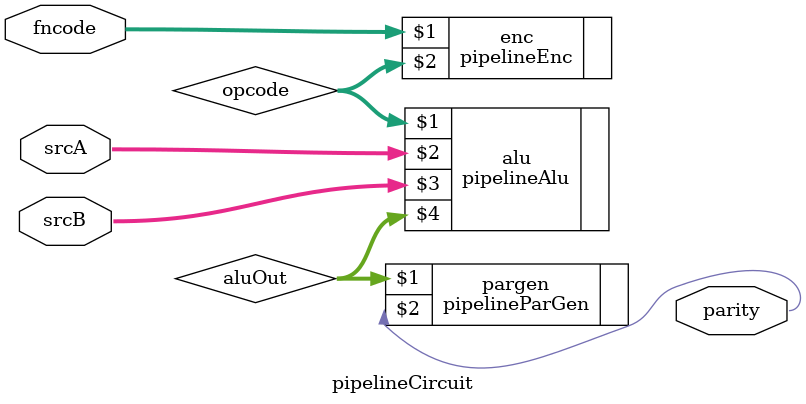
<source format=v>
`ifndef PIPELINE_CIRCUIT
`define PIPELINE_CIRCUIT
`include "pipelineParGen.v"
`include "pipelineAlu.v"
`include "pipelineEnc.v"
		
	module pipelineCircuit(
		input [7:0] fncode,
		input [3:0] srcA,
		input [3:0] srcB,
		output parity
	);
		
		reg [10:0] IF_EXReg;
		reg [3:0] EX_PARReg;
		
		wire [2:0] opcode;
		wire [3:0] aluOut;
		
		pipelineEnc enc(fncode, opcode);
		pipelineAlu alu(opcode, srcA, srcB, aluOut);
		pipelineParGen pargen(aluOut, parity);
		
		
	endmodule
	
	
		
`endif
</source>
